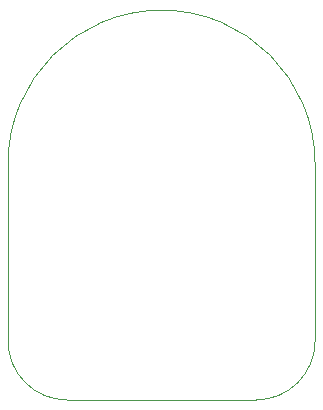
<source format=gbr>
%TF.GenerationSoftware,KiCad,Pcbnew,5.1.10*%
%TF.CreationDate,2022-02-27T11:26:43-05:00*%
%TF.ProjectId,selector_switch,73656c65-6374-46f7-925f-737769746368,rev?*%
%TF.SameCoordinates,Original*%
%TF.FileFunction,Profile,NP*%
%FSLAX46Y46*%
G04 Gerber Fmt 4.6, Leading zero omitted, Abs format (unit mm)*
G04 Created by KiCad (PCBNEW 5.1.10) date 2022-02-27 11:26:43*
%MOMM*%
%LPD*%
G01*
G04 APERTURE LIST*
%TA.AperFunction,Profile*%
%ADD10C,0.050000*%
%TD*%
G04 APERTURE END LIST*
D10*
X147000000Y-89000000D02*
G75*
G02*
X142000000Y-84000000I0J5000000D01*
G01*
X168000000Y-84000000D02*
G75*
G02*
X163000000Y-89000000I-5000000J0D01*
G01*
X168000000Y-84000000D02*
X168000000Y-69000000D01*
X147000000Y-89000000D02*
X163000000Y-89000000D01*
X142000000Y-69000000D02*
X142000000Y-84000000D01*
X142000000Y-69000000D02*
G75*
G02*
X168000000Y-69000000I13000000J0D01*
G01*
M02*

</source>
